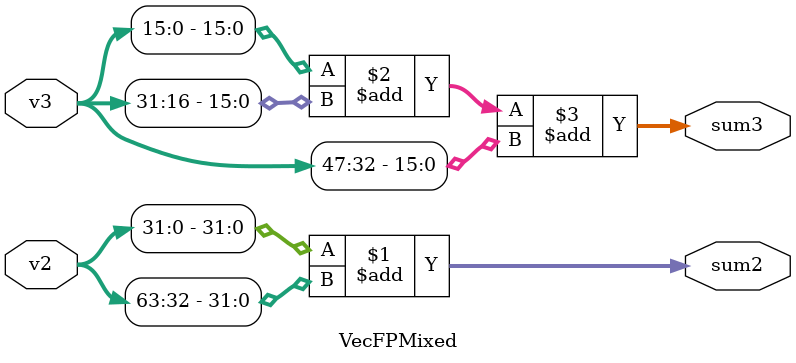
<source format=sv>

module VecFPMixed (
    input [63:0] v2,
    input [47:0] v3,
    output [31:0] sum2,
    output [15:0] sum3
);

    assign sum2 = (v2[31:0] + v2[63:32]);
    assign sum3 = ((v3[15:0] + v3[31:16]) + v3[47:32]);

endmodule

</source>
